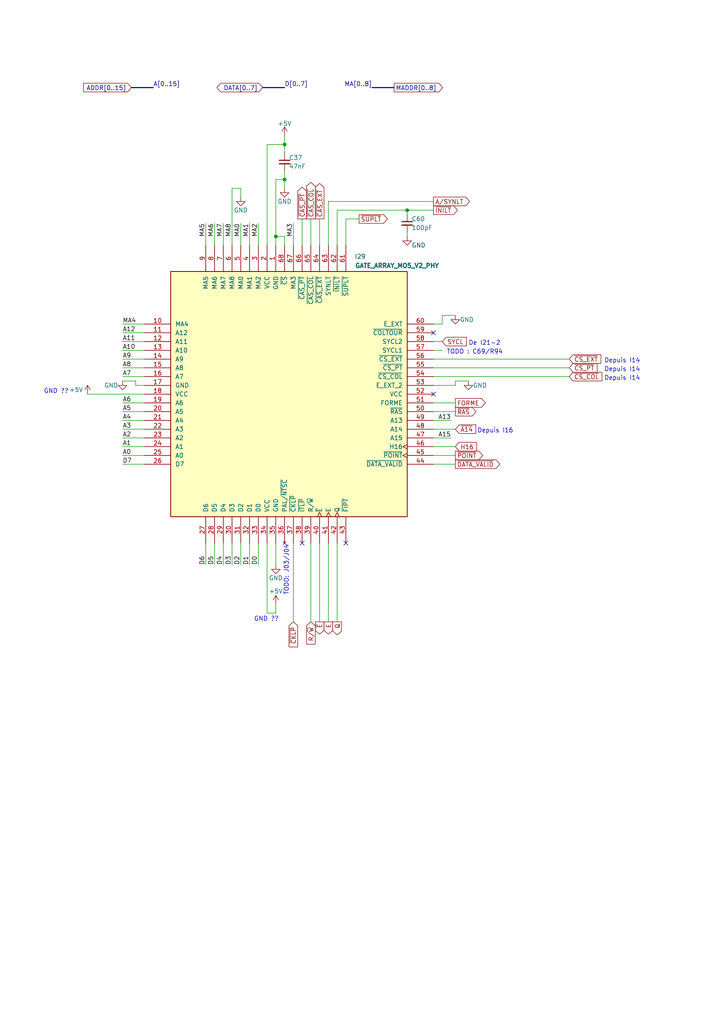
<source format=kicad_sch>
(kicad_sch (version 20230121) (generator eeschema)
  (paper "A4" portrait)
  (title_block (title "Conversion du Thomson MO5 — Unité centrale v1") (date "2024-12-30") (rev "v1.0.0-rc2") (comment 1 "http://github.com/sporniket/kicad-conversions--thomson-mo5--v1") (comment 3 "Gate Array Motorola MCA 1300 ALS") (comment 4 "Reference : POP5001 501994-01"))
  (lib_symbols
    (symbol "Device:C_Small" (pin_numbers hide) (pin_names (offset 0.254) hide)
      (property "Reference" "C" (at 0.254 1.778 0))
      (property "Value" "C_Small" (at 0.254 -2.032 0))
      (symbol "C_Small_0_1"
        (polyline (pts (xy -1.524 -0.508) (xy 1.524 -0.508)) (stroke (width 0.3302)))
        (polyline (pts (xy -1.524 0.508) (xy 1.524 0.508)) (stroke (width 0.3048)))
      )
      (symbol "C_Small_1_1"
        (pin passive line (at 0 2.54 270) (length 2.032) (name "~") (number "1"))
        (pin passive line (at 0 -2.54 90) (length 2.032) (name "~") (number "2"))
      )
    )
    (symbol "gate_array_v2:GATE_ARRAY_MO5_V2_PHY" (pin_names (offset 1.27))
      (property "Reference" "U" (at 19.05 40.64 0))
      (property "Value" "GATE_ARRAY_MO5_V2_PHY" (at 19.05 38.1 0))
      (symbol "GATE_ARRAY_MO5_V2_PHY_0_0"
        (rectangle (start -34.29 35.56) (end 34.29 -35.56) (stroke (width 0.254)) (fill (type background)))
        (pin power_in line (at -3.81 43.18 270) (length 7.62) (name "GND") (number "1"))
        (pin output line (at -41.91 20.32 0) (length 7.62) (name "MA4") (number "10"))
        (pin input line (at -41.91 17.78 0) (length 7.62) (name "A12") (number "11"))
        (pin input line (at -41.91 15.24 0) (length 7.62) (name "A11") (number "12"))
        (pin input line (at -41.91 12.7 0) (length 7.62) (name "A10") (number "13"))
        (pin input line (at -41.91 10.16 0) (length 7.62) (name "A9") (number "14"))
        (pin input line (at -41.91 7.62 0) (length 7.62) (name "A8") (number "15"))
        (pin input line (at -41.91 5.08 0) (length 7.62) (name "A7") (number "16"))
        (pin power_in line (at -41.91 2.54 0) (length 7.62) (name "GND") (number "17"))
        (pin power_in line (at -41.91 0 0) (length 7.62) (name "VCC") (number "18"))
        (pin input line (at -41.91 -2.54 0) (length 7.62) (name "A6") (number "19"))
        (pin power_in line (at -6.35 43.18 270) (length 7.62) (name "VCC") (number "2"))
        (pin input line (at -41.91 -5.08 0) (length 7.62) (name "A5") (number "20"))
        (pin input line (at -41.91 -7.62 0) (length 7.62) (name "A4") (number "21"))
        (pin input line (at -41.91 -10.16 0) (length 7.62) (name "A3") (number "22"))
        (pin input line (at -41.91 -12.7 0) (length 7.62) (name "A2") (number "23"))
        (pin input line (at -41.91 -15.24 0) (length 7.62) (name "A1") (number "24"))
        (pin input line (at -41.91 -17.78 0) (length 7.62) (name "A0") (number "25"))
        (pin bidirectional line (at -41.91 -20.32 0) (length 7.62) (name "D7") (number "26"))
        (pin bidirectional line (at -24.13 -43.18 90) (length 7.62) (name "D6") (number "27"))
        (pin bidirectional line (at -21.59 -43.18 90) (length 7.62) (name "D5") (number "28"))
        (pin bidirectional line (at -19.05 -43.18 90) (length 7.62) (name "D4") (number "29"))
        (pin output line (at -8.89 43.18 270) (length 7.62) (name "MA2") (number "3"))
        (pin bidirectional line (at -16.51 -43.18 90) (length 7.62) (name "D3") (number "30"))
        (pin bidirectional line (at -13.97 -43.18 90) (length 7.62) (name "D2") (number "31"))
        (pin bidirectional line (at -11.43 -43.18 90) (length 7.62) (name "D1") (number "32"))
        (pin bidirectional line (at -8.89 -43.18 90) (length 7.62) (name "D0") (number "33"))
        (pin power_in line (at -6.35 -43.18 90) (length 7.62) (name "VCC") (number "34"))
        (pin power_in line (at -3.81 -43.18 90) (length 7.62) (name "GND") (number "35"))
        (pin no_connect line (at -1.27 -43.18 90) (length 7.62) (name "PAL/~{NTSC}") (number "36"))
        (pin input line (at 1.27 -43.18 90) (length 7.62) (name "~{CKLP}") (number "37"))
        (pin output line (at 3.81 -43.18 90) (length 7.62) (name "~{ITLP}") (number "38"))
        (pin input line (at 6.35 -43.18 90) (length 7.62) (name "R/~{W}") (number "39"))
        (pin output line (at -11.43 43.18 270) (length 7.62) (name "MA1") (number "4"))
        (pin output clock (at 8.89 -43.18 90) (length 7.62) (name "~{E}") (number "40"))
        (pin output clock (at 11.43 -43.18 90) (length 7.62) (name "E") (number "41"))
        (pin output clock (at 13.97 -43.18 90) (length 7.62) (name "Q") (number "42"))
        (pin output line (at 16.51 -43.18 90) (length 7.62) (name "~{FIPT}") (number "43"))
        (pin output line (at 41.91 -20.32 180) (length 7.62) (name "~{DATA_VALID}") (number "44"))
        (pin output clock (at 41.91 -17.78 180) (length 7.62) (name "~{POINT}") (number "45"))
        (pin input clock (at 41.91 -15.24 180) (length 7.62) (name "H16") (number "46"))
        (pin input line (at 41.91 -12.7 180) (length 7.62) (name "A15") (number "47"))
        (pin input line (at 41.91 -10.16 180) (length 7.62) (name "A14") (number "48"))
        (pin input line (at 41.91 -7.62 180) (length 7.62) (name "A13") (number "49"))
        (pin output line (at -13.97 43.18 270) (length 7.62) (name "MA0") (number "5"))
        (pin output line (at 41.91 -5.08 180) (length 7.62) (name "~{RAS}") (number "50"))
        (pin input line (at 41.91 -2.54 180) (length 7.62) (name "FORME") (number "51"))
        (pin power_in line (at 41.91 0 180) (length 7.62) (name "VCC") (number "52"))
        (pin input line (at 41.91 2.54 180) (length 7.62) (name "E_EXT_2") (number "53"))
        (pin input line (at 41.91 5.08 180) (length 7.62) (name "~{CS_COL}") (number "54"))
        (pin input line (at 41.91 7.62 180) (length 7.62) (name "~{CS_PT}") (number "55"))
        (pin input line (at 41.91 10.16 180) (length 7.62) (name "~{CS_EXT}") (number "56"))
        (pin input line (at 41.91 12.7 180) (length 7.62) (name "SYCL1") (number "57"))
        (pin input line (at 41.91 15.24 180) (length 7.62) (name "SYCL2") (number "58"))
        (pin power_in line (at 41.91 17.78 180) (length 7.62) (name "~{COLTOUR}") (number "59"))
        (pin output line (at -16.51 43.18 270) (length 7.62) (name "MA8") (number "6"))
        (pin input line (at 41.91 20.32 180) (length 7.62) (name "E_EXT") (number "60"))
        (pin output line (at 16.51 43.18 270) (length 7.62) (name "~{SUPLT}") (number "61"))
        (pin output line (at 13.97 43.18 270) (length 7.62) (name "~{INILT}") (number "62"))
        (pin output line (at 11.43 43.18 270) (length 7.62) (name "SYNLT") (number "63"))
        (pin output line (at 8.89 43.18 270) (length 7.62) (name "~{CAS_EXT}") (number "64"))
        (pin output line (at 6.35 43.18 270) (length 7.62) (name "~{CAS_COL}") (number "65"))
        (pin output line (at 3.81 43.18 270) (length 7.62) (name "~{CAS_PT}") (number "66"))
        (pin output line (at 1.27 43.18 270) (length 7.62) (name "MA3") (number "67"))
        (pin input line (at -1.27 43.18 270) (length 7.62) (name "~{CS}") (number "68"))
        (pin output line (at -19.05 43.18 270) (length 7.62) (name "MA7") (number "7"))
        (pin output line (at -21.59 43.18 270) (length 7.62) (name "MA6") (number "8"))
        (pin output line (at -24.13 43.18 270) (length 7.62) (name "MA5") (number "9"))
      )
    )
    (symbol "power:+5V" (power) (pin_names (offset 0))
      (property "Value" "+5V" (at 0 3.556 0))
      (symbol "+5V_0_1"
        (polyline (pts (xy -0.762 1.27) (xy 0 2.54)))
        (polyline (pts (xy 0 0) (xy 0 2.54)))
        (polyline (pts (xy 0 2.54) (xy 0.762 1.27)))
      )
      (symbol "+5V_1_1"
        (pin power_in line (at 0 0 90) (length 0) hide (name "+5V") (number "1"))
      )
    )
    (symbol "power:GND" (power) (pin_names (offset 0))
      (property "Value" "GND" (at 0 -3.81 0))
      (symbol "GND_0_1"
        (polyline (pts (xy 0 0) (xy 0 -1.27) (xy 1.27 -1.27) (xy 0 -2.54) (xy -1.27 -1.27) (xy 0 -1.27)))
      )
      (symbol "GND_1_1"
        (pin power_in line (at 0 0 270) (length 0) hide (name "GND") (number "1"))
      )
    )
  )
  (junction (at 82.55 52.07))
  (junction (at 118.11 60.96))
  (junction (at 80.01 68.58))
  (junction (at 82.55 41.91))
  (no_connect (at 125.73 114.3))
  (no_connect (at 100.33 157.48))
  (no_connect (at 125.73 96.52))
  (no_connect (at 87.63 157.48))
  (wire (pts (xy 35.56 93.98) (xy 41.91 93.98)))
  (wire (pts (xy 82.55 52.07) (xy 82.55 54.61)))
  (wire (pts (xy 67.31 54.61) (xy 67.31 71.12)))
  (wire (pts (xy 35.56 134.62) (xy 41.91 134.62)))
  (wire (pts (xy 35.56 124.46) (xy 41.91 124.46)))
  (wire (pts (xy 35.56 101.6) (xy 41.91 101.6)))
  (wire (pts (xy 125.73 93.98) (xy 128.27 93.98)))
  (bus (pts (xy 107.95 25.4) (xy 114.3 25.4)))
  (wire (pts (xy 74.93 163.83) (xy 74.93 157.48)))
  (wire (pts (xy 125.73 101.6) (xy 128.27 101.6)))
  (wire (pts (xy 125.73 60.96) (xy 118.11 60.96)))
  (wire (pts (xy 59.69 64.77) (xy 59.69 71.12)))
  (wire (pts (xy 77.47 71.12) (xy 77.47 41.91)))
  (wire (pts (xy 125.73 129.54) (xy 132.08 129.54)))
  (wire (pts (xy 35.56 132.08) (xy 41.91 132.08)))
  (wire (pts (xy 64.77 163.83) (xy 64.77 157.48)))
  (wire (pts (xy 118.11 60.96) (xy 97.79 60.96)))
  (wire (pts (xy 85.09 64.77) (xy 85.09 71.12)))
  (wire (pts (xy 128.27 91.44) (xy 132.08 91.44)))
  (wire (pts (xy 95.25 58.42) (xy 95.25 71.12)))
  (wire (pts (xy 125.73 132.08) (xy 132.08 132.08)))
  (wire (pts (xy 82.55 41.91) (xy 82.55 44.45)))
  (wire (pts (xy 125.73 119.38) (xy 132.08 119.38)))
  (wire (pts (xy 35.56 116.84) (xy 41.91 116.84)))
  (wire (pts (xy 100.33 63.5) (xy 100.33 71.12)))
  (wire (pts (xy 80.01 52.07) (xy 82.55 52.07)))
  (wire (pts (xy 118.11 67.31) (xy 118.11 68.58)))
  (wire (pts (xy 125.73 116.84) (xy 132.08 116.84)))
  (wire (pts (xy 35.56 119.38) (xy 41.91 119.38)))
  (wire (pts (xy 132.08 111.76) (xy 132.08 110.49)))
  (wire (pts (xy 80.01 175.26) (xy 80.01 177.8)))
  (wire (pts (xy 35.56 106.68) (xy 41.91 106.68)))
  (wire (pts (xy 95.25 58.42) (xy 125.73 58.42)))
  (wire (pts (xy 35.56 129.54) (xy 41.91 129.54)))
  (wire (pts (xy 92.71 63.5) (xy 92.71 71.12)))
  (wire (pts (xy 72.39 163.83) (xy 72.39 157.48)))
  (wire (pts (xy 97.79 60.96) (xy 97.79 71.12)))
  (wire (pts (xy 77.47 177.8) (xy 80.01 177.8)))
  (wire (pts (xy 125.73 106.68) (xy 165.1 106.68)))
  (wire (pts (xy 69.85 64.77) (xy 69.85 71.12)))
  (wire (pts (xy 118.11 60.96) (xy 118.11 62.23)))
  (wire (pts (xy 125.73 109.22) (xy 165.1 109.22)))
  (wire (pts (xy 62.23 163.83) (xy 62.23 157.48)))
  (wire (pts (xy 132.08 110.49) (xy 135.89 110.49)))
  (wire (pts (xy 125.73 124.46) (xy 132.08 124.46)))
  (wire (pts (xy 80.01 68.58) (xy 80.01 71.12)))
  (wire (pts (xy 67.31 163.83) (xy 67.31 157.48)))
  (wire (pts (xy 128.27 93.98) (xy 128.27 91.44)))
  (wire (pts (xy 97.79 157.48) (xy 97.79 180.34)))
  (wire (pts (xy 59.69 163.83) (xy 59.69 157.48)))
  (wire (pts (xy 90.17 157.48) (xy 90.17 180.34)))
  (wire (pts (xy 125.73 121.92) (xy 130.81 121.92)))
  (wire (pts (xy 82.55 39.37) (xy 82.55 41.91)))
  (wire (pts (xy 100.33 63.5) (xy 104.14 63.5)))
  (wire (pts (xy 82.55 71.12) (xy 82.55 68.58)))
  (wire (pts (xy 64.77 64.77) (xy 64.77 71.12)))
  (wire (pts (xy 82.55 49.53) (xy 82.55 52.07)))
  (wire (pts (xy 25.4 114.3) (xy 41.91 114.3)))
  (wire (pts (xy 72.39 64.77) (xy 72.39 71.12)))
  (wire (pts (xy 125.73 104.14) (xy 165.1 104.14)))
  (wire (pts (xy 35.56 110.49) (xy 39.37 110.49)))
  (wire (pts (xy 85.09 157.48) (xy 85.09 180.34)))
  (wire (pts (xy 125.73 127) (xy 130.81 127)))
  (wire (pts (xy 80.01 157.48) (xy 80.01 163.83)))
  (wire (pts (xy 125.73 99.06) (xy 128.27 99.06)))
  (wire (pts (xy 80.01 68.58) (xy 82.55 68.58)))
  (wire (pts (xy 39.37 110.49) (xy 39.37 111.76)))
  (wire (pts (xy 77.47 41.91) (xy 82.55 41.91)))
  (wire (pts (xy 35.56 96.52) (xy 41.91 96.52)))
  (wire (pts (xy 87.63 63.5) (xy 87.63 71.12)))
  (wire (pts (xy 69.85 54.61) (xy 69.85 57.15)))
  (wire (pts (xy 95.25 157.48) (xy 95.25 180.34)))
  (bus (pts (xy 76.2 25.4) (xy 82.55 25.4)))
  (wire (pts (xy 69.85 163.83) (xy 69.85 157.48)))
  (wire (pts (xy 125.73 134.62) (xy 132.08 134.62)))
  (wire (pts (xy 92.71 157.48) (xy 92.71 180.34)))
  (wire (pts (xy 77.47 157.48) (xy 77.47 177.8)))
  (wire (pts (xy 90.17 63.5) (xy 90.17 71.12)))
  (wire (pts (xy 35.56 104.14) (xy 41.91 104.14)))
  (wire (pts (xy 35.56 121.92) (xy 41.91 121.92)))
  (wire (pts (xy 125.73 111.76) (xy 132.08 111.76)))
  (wire (pts (xy 62.23 64.77) (xy 62.23 71.12)))
  (wire (pts (xy 39.37 111.76) (xy 41.91 111.76)))
  (wire (pts (xy 67.31 54.61) (xy 69.85 54.61)))
  (wire (pts (xy 74.93 64.77) (xy 74.93 71.12)))
  (wire (pts (xy 80.01 52.07) (xy 80.01 68.58)))
  (wire (pts (xy 35.56 109.22) (xy 41.91 109.22)))
  (wire (pts (xy 35.56 99.06) (xy 41.91 99.06)))
  (wire (pts (xy 35.56 127) (xy 41.91 127)))
  (bus (pts (xy 38.1 25.4) (xy 44.45 25.4)))
  (text "TODO: J03/J04" (at 83.82 172.72 90) (effects (font (size 1.27 1.27)) (justify left bottom)))
  (text "Depuis I14" (at 175.26 107.95 0) (effects (font (size 1.27 1.27)) (justify left bottom)))
  (text "TODO : C69/R94" (at 129.54 102.87 0) (effects (font (size 1.27 1.27)) (justify left bottom)))
  (text "GND ??" (at 73.66 180.34 0) (effects (font (size 1.27 1.27)) (justify left bottom)))
  (text "Depuis I16" (at 138.43 125.73 0) (effects (font (size 1.27 1.27)) (justify left bottom)))
  (text "Depuis I14" (at 175.26 110.49 0) (effects (font (size 1.27 1.27)) (justify left bottom)))
  (text "GND ??" (at 12.7 114.3 0) (effects (font (size 1.27 1.27)) (justify left bottom)))
  (text "De I21-2" (at 135.89 100.33 0) (effects (font (size 1.27 1.27)) (justify left bottom)))
  (text "Depuis I14" (at 175.26 105.41 0) (effects (font (size 1.27 1.27)) (justify left bottom)))
  (label "MA5" (at 59.69 64.77 270))
  (label "D1" (at 72.39 163.83 90))
  (label "D7" (at 35.56 134.62 0))
  (label "A7" (at 35.56 109.22 0))
  (label "D6" (at 59.69 163.83 90))
  (label "A6" (at 35.56 116.84 0))
  (label "A9" (at 35.56 104.14 0))
  (label "D[0..7]" (at 82.55 25.4 0))
  (label "MA3" (at 85.09 64.77 270))
  (label "A5" (at 35.56 119.38 0))
  (label "MA0" (at 69.85 64.77 270))
  (label "D5" (at 62.23 163.83 90))
  (label "A13" (at 130.81 121.92 180))
  (label "MA1" (at 72.39 64.77 270))
  (label "MA2" (at 74.93 64.77 270))
  (label "D0" (at 74.93 163.83 90))
  (label "A1" (at 35.56 129.54 0))
  (label "MA6" (at 62.23 64.77 270))
  (label "MA4" (at 35.56 93.98 0))
  (label "MA8" (at 67.31 64.77 270))
  (label "MA7" (at 64.77 64.77 270))
  (label "A10" (at 35.56 101.6 0))
  (label "A2" (at 35.56 127 0))
  (label "A0" (at 35.56 132.08 0))
  (label "A[0..15]" (at 44.45 25.4 0))
  (label "A15" (at 130.81 127 180))
  (label "D3" (at 67.31 163.83 90))
  (label "A4" (at 35.56 121.92 0))
  (label "A3" (at 35.56 124.46 0))
  (label "A8" (at 35.56 106.68 0))
  (label "D2" (at 69.85 163.83 90))
  (label "A11" (at 35.56 99.06 0))
  (label "A12" (at 35.56 96.52 0))
  (label "MA[0..8]" (at 107.95 25.4 180))
  (label "D4" (at 64.77 163.83 90))
  (global_label "~{CS_PT}" (shape input) (at 165.1 106.68 0) (property "Intersheetrefs" "${INTERSHEET_REFS}" (effects hide)))
  (global_label "~{CAS_COL}" (shape output) (at 90.17 63.5 90) (property "Intersheetrefs" "${INTERSHEET_REFS}" (effects hide)))
  (global_label "~{RAS}" (shape output) (at 132.08 119.38 0) (property "Intersheetrefs" "${INTERSHEET_REFS}" (effects hide)))
  (global_label "~{CAS_PT}" (shape output) (at 87.63 63.5 90) (property "Intersheetrefs" "${INTERSHEET_REFS}" (effects hide)))
  (global_label "~{CAS_EXT}" (shape output) (at 92.71 63.5 90) (property "Intersheetrefs" "${INTERSHEET_REFS}" (effects hide)))
  (global_label "Q" (shape output) (at 97.79 180.34 270) (property "Intersheetrefs" "${INTERSHEET_REFS}" (effects hide)))
  (global_label "DATA[0..7]" (shape bidirectional) (at 76.2 25.4 180) (property "Intersheetrefs" "${INTERSHEET_REFS}" (effects hide)))
  (global_label "~{DATA_VALID}" (shape output) (at 132.08 134.62 0) (property "Intersheetrefs" "${INTERSHEET_REFS}" (effects hide)))
  (global_label "SYCL" (shape input) (at 128.27 99.06 0) (property "Intersheetrefs" "${INTERSHEET_REFS}" (effects hide)))
  (global_label "FORME" (shape output) (at 132.08 116.84 0) (property "Intersheetrefs" "${INTERSHEET_REFS}" (effects hide)))
  (global_label "~{CKLP}" (shape input) (at 85.09 180.34 270) (property "Intersheetrefs" "${INTERSHEET_REFS}" (effects hide)))
  (global_label "~{POINT}" (shape output) (at 132.08 132.08 0) (property "Intersheetrefs" "${INTERSHEET_REFS}" (effects hide)))
  (global_label "~{CS_COL}" (shape input) (at 165.1 109.22 0) (property "Intersheetrefs" "${INTERSHEET_REFS}" (effects hide)))
  (global_label "ADDR[0..15]" (shape input) (at 38.1 25.4 180) (property "Intersheetrefs" "${INTERSHEET_REFS}" (effects hide)))
  (global_label "MADDR[0..8]" (shape output) (at 114.3 25.4 0) (property "Intersheetrefs" "${INTERSHEET_REFS}" (effects hide)))
  (global_label "~{A14}" (shape input) (at 132.08 124.46 0) (property "Intersheetrefs" "${INTERSHEET_REFS}" (effects hide)))
  (global_label "H16" (shape input) (at 132.08 129.54 0) (property "Intersheetrefs" "${INTERSHEET_REFS}" (effects hide)))
  (global_label "~{E}" (shape output) (at 92.71 180.34 270) (property "Intersheetrefs" "${INTERSHEET_REFS}" (effects hide)))
  (global_label "~{INILT}" (shape output) (at 125.73 60.96 0) (property "Intersheetrefs" "${INTERSHEET_REFS}" (effects hide)))
  (global_label "A{slash}SYNLT" (shape output) (at 125.73 58.42 0) (property "Intersheetrefs" "${INTERSHEET_REFS}" (effects hide)))
  (global_label "R{slash}~{W}" (shape input) (at 90.17 180.34 270) (property "Intersheetrefs" "${INTERSHEET_REFS}" (effects hide)))
  (global_label "~{CS_EXT}" (shape input) (at 165.1 104.14 0) (property "Intersheetrefs" "${INTERSHEET_REFS}" (effects hide)))
  (global_label "~{SUPLT}" (shape output) (at 104.14 63.5 0) (property "Intersheetrefs" "${INTERSHEET_REFS}" (effects hide)))
  (global_label "E" (shape output) (at 95.25 180.34 270) (property "Intersheetrefs" "${INTERSHEET_REFS}" (effects hide)))
  (symbol (lib_id "power:GND") (at 80.01 163.83 0) (unit 1)
    (property "Reference" "#PWR0143" (effects hide))
    (property "Value" "GND" (at 80.01 167.64 0))
  )
  (symbol (lib_id "power:GND") (at 35.56 110.49 0) (unit 1)
    (property "Reference" "#PWR0145" (effects hide))
    (property "Value" "GND" (at 34.29 111.76 0) (effects (justify right)))
  )
  (symbol (lib_id "gate_array_v2:GATE_ARRAY_MO5_V2_PHY") (at 83.82 114.3 0) (unit 1)
    (property "Reference" "I29" (at 102.87 73.66 0) (effects (justify left top)))
    (property "Value" "GATE_ARRAY_MO5_V2_PHY" (at 102.87 76.2 0) (effects (font bold) (justify left top)))
    (property "Footprint" "Package_LCC:PLCC-68_THT-Socket" (effects hide))
  )
  (symbol (lib_id "power:+5V") (at 25.4 114.3 0) (unit 1)
    (property "Reference" "#PWR0146" (effects hide))
    (property "Value" "+5V" (at 24.13 113.03 0) (effects (justify right)))
  )
  (symbol (lib_id "power:GND") (at 69.85 57.15 0) (unit 1)
    (property "Reference" "#PWR07" (effects hide))
    (property "Value" "GND" (at 69.85 60.96 0))
  )
  (symbol (lib_id "power:GND") (at 82.55 54.61 0) (unit 1)
    (property "Reference" "#PWR0140" (effects hide))
    (property "Value" "GND" (at 82.55 58.42 0))
  )
  (symbol (lib_id "Device:C_Small") (at 82.55 46.99 0) (unit 1)
    (property "Reference" "C37" (at 83.82 45.72 0) (effects (justify left)))
    (property "Value" "47nF" (at 83.82 48.26 0) (effects (justify left)))
    (property "Footprint" "commons-passives_THT:Passive_THT_capacitor_mlcc_W2.54mm_L5.08mm" (effects hide))
  )
  (symbol (lib_id "power:GND") (at 118.11 68.58 0) (unit 1)
    (property "Reference" "#PWR0142" (effects hide))
    (property "Value" "GND" (at 119.38 71.12 0) (effects (justify left)))
  )
  (symbol (lib_id "power:GND") (at 135.89 110.49 0) (unit 1)
    (property "Reference" "#PWR0149" (effects hide))
    (property "Value" "GND" (at 137.16 111.76 0) (effects (justify left)))
  )
  (symbol (lib_id "Device:C_Small") (at 118.11 64.77 0) (unit 1)
    (property "Reference" "C60" (at 119.38 63.5 0) (effects (justify left)))
    (property "Value" "100pF" (at 119.38 66.04 0) (effects (justify left)))
    (property "Footprint" "commons-passives_THT:Passive_THT_capacitor_mlcc_W2.54mm_L5.08mm" (effects hide))
  )
  (symbol (lib_id "power:GND") (at 132.08 91.44 0) (unit 1)
    (property "Reference" "#PWR05" (effects hide))
    (property "Value" "GND" (at 133.35 92.71 0) (effects (justify left)))
  )
  (symbol (lib_id "power:+5V") (at 82.55 39.37 0) (unit 1)
    (property "Reference" "#PWR0141" (effects hide))
    (property "Value" "+5V" (at 82.55 35.814 0))
  )
  (symbol (lib_id "power:+5V") (at 80.01 175.26 0) (unit 1)
    (property "Reference" "#PWR0144" (effects hide))
    (property "Value" "+5V" (at 80.01 171.45 0))
  )
)
</source>
